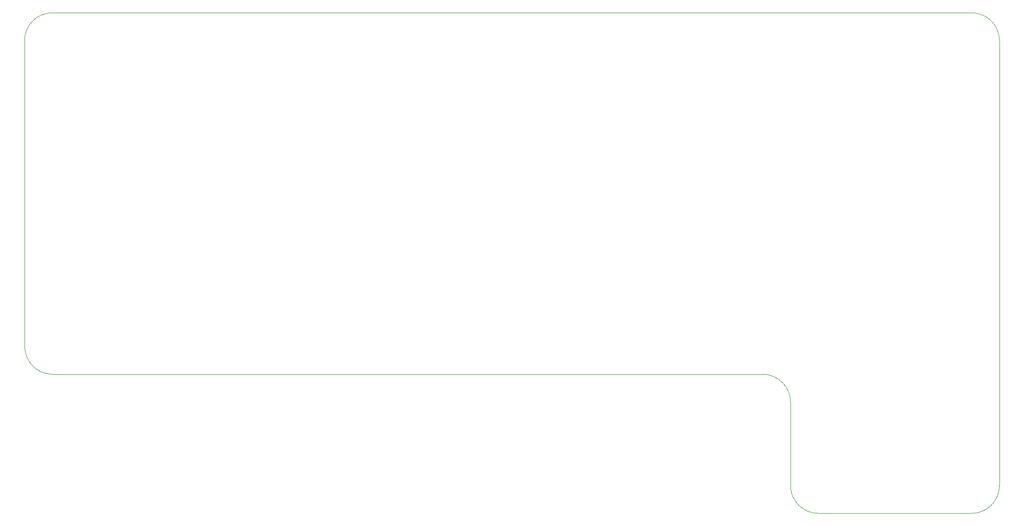
<source format=gbr>
%TF.GenerationSoftware,KiCad,Pcbnew,9.0.2*%
%TF.CreationDate,2025-06-04T19:56:21-03:00*%
%TF.ProjectId,projetoReduzido,70726f6a-6574-46f5-9265-64757a69646f,rev?*%
%TF.SameCoordinates,Original*%
%TF.FileFunction,Profile,NP*%
%FSLAX46Y46*%
G04 Gerber Fmt 4.6, Leading zero omitted, Abs format (unit mm)*
G04 Created by KiCad (PCBNEW 9.0.2) date 2025-06-04 19:56:21*
%MOMM*%
%LPD*%
G01*
G04 APERTURE LIST*
%TA.AperFunction,Profile*%
%ADD10C,0.050000*%
%TD*%
G04 APERTURE END LIST*
D10*
X105000000Y-20000000D02*
X105035534Y-75000000D01*
X280000000Y-100000000D02*
G75*
G02*
X275000000Y-105000000I-5000000J0D01*
G01*
X242500000Y-85000000D02*
X242500000Y-100000000D01*
X247500000Y-105000000D02*
G75*
G02*
X242500000Y-100000000I0J5000000D01*
G01*
X110000000Y-80000000D02*
G75*
G02*
X105035374Y-75000000I35500J5000000D01*
G01*
X105000000Y-20000000D02*
G75*
G02*
X110000000Y-15000000I5000000J0D01*
G01*
X280000000Y-100000000D02*
X280000000Y-20000000D01*
X275000000Y-15000000D02*
X110000000Y-15000000D01*
X275000000Y-15000000D02*
G75*
G02*
X280000000Y-20000000I0J-5000000D01*
G01*
X247500000Y-105000000D02*
X275000000Y-105000000D01*
X110000000Y-80000000D02*
X237500000Y-80000000D01*
X237500000Y-80000000D02*
G75*
G02*
X242500000Y-85000000I0J-5000000D01*
G01*
M02*

</source>
